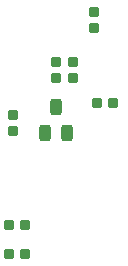
<source format=gtp>
G04*
G04 #@! TF.GenerationSoftware,Altium Limited,Altium Designer,23.3.1 (30)*
G04*
G04 Layer_Color=8421504*
%FSLAX44Y44*%
%MOMM*%
G71*
G04*
G04 #@! TF.SameCoordinates,93B2F360-A854-404C-8A8F-734AF7A26EB0*
G04*
G04*
G04 #@! TF.FilePolarity,Positive*
G04*
G01*
G75*
G04:AMPARAMS|DCode=17|XSize=0.85mm|YSize=0.85mm|CornerRadius=0.2125mm|HoleSize=0mm|Usage=FLASHONLY|Rotation=270.000|XOffset=0mm|YOffset=0mm|HoleType=Round|Shape=RoundedRectangle|*
%AMROUNDEDRECTD17*
21,1,0.8500,0.4250,0,0,270.0*
21,1,0.4250,0.8500,0,0,270.0*
1,1,0.4250,-0.2125,-0.2125*
1,1,0.4250,-0.2125,0.2125*
1,1,0.4250,0.2125,0.2125*
1,1,0.4250,0.2125,-0.2125*
%
%ADD17ROUNDEDRECTD17*%
G04:AMPARAMS|DCode=18|XSize=0.85mm|YSize=0.85mm|CornerRadius=0.2125mm|HoleSize=0mm|Usage=FLASHONLY|Rotation=180.000|XOffset=0mm|YOffset=0mm|HoleType=Round|Shape=RoundedRectangle|*
%AMROUNDEDRECTD18*
21,1,0.8500,0.4250,0,0,180.0*
21,1,0.4250,0.8500,0,0,180.0*
1,1,0.4250,-0.2125,0.2125*
1,1,0.4250,0.2125,0.2125*
1,1,0.4250,0.2125,-0.2125*
1,1,0.4250,-0.2125,-0.2125*
%
%ADD18ROUNDEDRECTD18*%
G04:AMPARAMS|DCode=19|XSize=1mm|YSize=1.4mm|CornerRadius=0.25mm|HoleSize=0mm|Usage=FLASHONLY|Rotation=0.000|XOffset=0mm|YOffset=0mm|HoleType=Round|Shape=RoundedRectangle|*
%AMROUNDEDRECTD19*
21,1,1.0000,0.9000,0,0,0.0*
21,1,0.5000,1.4000,0,0,0.0*
1,1,0.5000,0.2500,-0.4500*
1,1,0.5000,-0.2500,-0.4500*
1,1,0.5000,-0.2500,0.4500*
1,1,0.5000,0.2500,0.4500*
%
%ADD19ROUNDEDRECTD19*%
%ADD20C,0.1500*%
D17*
X108000Y300000D02*
D03*
X122000D02*
D03*
X108000Y325000D02*
D03*
X122000D02*
D03*
X196500Y428000D02*
D03*
X182500Y428000D02*
D03*
D18*
X147992Y462985D02*
D03*
Y448985D02*
D03*
X162242D02*
D03*
Y462985D02*
D03*
X180000Y505000D02*
D03*
Y491000D02*
D03*
X112000Y404000D02*
D03*
Y418000D02*
D03*
D19*
X138492Y402615D02*
D03*
X157492D02*
D03*
X147992Y424615D02*
D03*
D20*
X194200Y478000D02*
D03*
X198200Y474000D02*
D03*
Y478000D02*
D03*
X194200Y474000D02*
D03*
X202200Y478000D02*
D03*
X190200Y450000D02*
D03*
Y454000D02*
D03*
Y458000D02*
D03*
Y470000D02*
D03*
Y474000D02*
D03*
Y478000D02*
D03*
X186200Y450000D02*
D03*
Y454000D02*
D03*
Y458000D02*
D03*
Y462000D02*
D03*
Y466000D02*
D03*
Y470000D02*
D03*
Y474000D02*
D03*
Y478000D02*
D03*
X182200Y450000D02*
D03*
Y454000D02*
D03*
Y458000D02*
D03*
Y462000D02*
D03*
Y466000D02*
D03*
Y470000D02*
D03*
Y474000D02*
D03*
Y478000D02*
D03*
X206200Y450000D02*
D03*
Y462000D02*
D03*
Y466000D02*
D03*
Y470000D02*
D03*
Y474000D02*
D03*
Y478000D02*
D03*
X202200Y450000D02*
D03*
Y454000D02*
D03*
Y458000D02*
D03*
Y462000D02*
D03*
Y466000D02*
D03*
Y470000D02*
D03*
Y474000D02*
D03*
X198200Y450000D02*
D03*
Y454000D02*
D03*
Y458000D02*
D03*
Y462000D02*
D03*
Y466000D02*
D03*
Y470000D02*
D03*
X194200Y450000D02*
D03*
Y454000D02*
D03*
Y458000D02*
D03*
Y470000D02*
D03*
M02*

</source>
